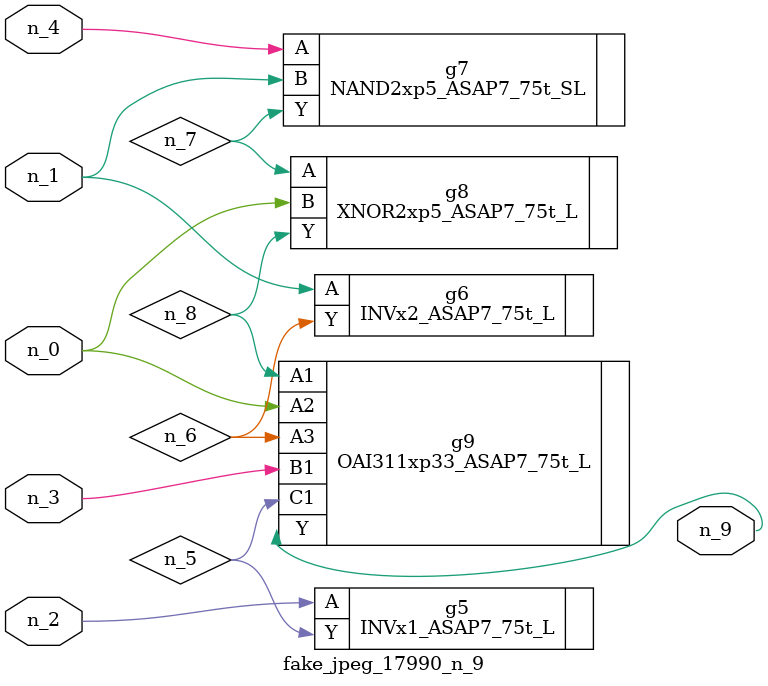
<source format=v>
module fake_jpeg_17990_n_9 (n_3, n_2, n_1, n_0, n_4, n_9);

input n_3;
input n_2;
input n_1;
input n_0;
input n_4;

output n_9;

wire n_8;
wire n_6;
wire n_5;
wire n_7;

INVx1_ASAP7_75t_L g5 ( 
.A(n_2),
.Y(n_5)
);

INVx2_ASAP7_75t_L g6 ( 
.A(n_1),
.Y(n_6)
);

NAND2xp5_ASAP7_75t_SL g7 ( 
.A(n_4),
.B(n_1),
.Y(n_7)
);

XNOR2xp5_ASAP7_75t_L g8 ( 
.A(n_7),
.B(n_0),
.Y(n_8)
);

OAI311xp33_ASAP7_75t_L g9 ( 
.A1(n_8),
.A2(n_0),
.A3(n_6),
.B1(n_3),
.C1(n_5),
.Y(n_9)
);


endmodule
</source>
